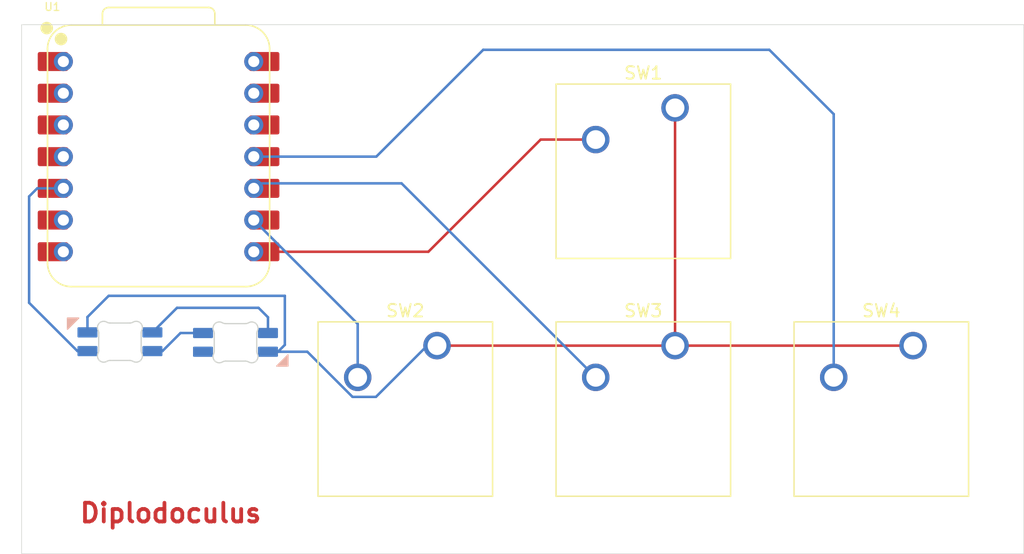
<source format=kicad_pcb>
(kicad_pcb (version 20241229) (generator "pcbnew") (generator_version "9.0")
  (layers (0 "F.Cu" signal) (2 "B.Cu" signal) (13 "F.Paste" user) (15 "B.Paste" user) (5 "F.SilkS" user "F.Silkscreen") (7 "B.SilkS" user "B.Silkscreen") (1 "F.Mask" user) (3 "B.Mask" user) (25 "Edge.Cuts" user))
  (net 0 "")
  (net 1 "Net-(D1-DIN)")
  (net 2 "GND")
  (net 3 "+5V")
  (net 4 "Net-(U1-GPIO1{slash}RX)")
  (net 5 "Net-(U1-GPIO2{slash}SCK)")
  (net 6 "Net-(U1-GPIO4{slash}MISO)")
  (net 7 "Net-(U1-GPIO3{slash}MOSI)")
  (net 18 "Net-(D3-DIN)")
  (footprint "OPL library:XIAO-RP2040-DIP" (layer "F.Cu") (at 126.041875 94.360376)
    (property "Reference" "U1" (at -8.5 -12 0) (layer "F.SilkS") (effects (font (size 0.635 0.635) (thickness 0.1016))))
    (property "Value" "XIAO-RP2040-DIP")
    (fp_line (start -8.89 8.509) (end -8.89 -8.636) (stroke (width 0.127)) (layer "F.SilkS"))
    (fp_line (start -6.985 10.414) (end 6.985 10.414) (stroke (width 0.127)) (layer "F.SilkS"))
    (fp_line (start -4.495 -10.541) (end -4.491272 -11.451272) (stroke (width 0.127)) (layer "F.SilkS"))
    (fp_line (start -3.991272 -11.951) (end 4.004 -11.951) (stroke (width 0.127)) (layer "F.SilkS"))
    (fp_line (start 4.504 -11.451) (end 4.504 -10.541) (stroke (width 0.127)) (layer "F.SilkS"))
    (fp_line (start 6.985 -10.541) (end -6.985 -10.541) (stroke (width 0.1)) (layer "F.SilkS"))
    (fp_line (start 6.985 -10.541) (end -6.985 -10.541) (stroke (width 0.127)) (layer "F.SilkS"))
    (fp_line (start 8.89 8.509) (end 8.89 -8.636) (stroke (width 0.127)) (layer "F.SilkS"))
    (fp_arc (start -8.89 -8.636) (mid -8.332038 -9.983038) (end -6.985 -10.541) (stroke (width 0.127)) (layer "F.SilkS"))
    (fp_arc (start -6.985 10.414) (mid -8.332038 9.856038) (end -8.89 8.509) (stroke (width 0.127)) (layer "F.SilkS"))
    (fp_arc (start -4.491272 -11.451272) (mid -4.344728 -11.80464) (end -3.991272 -11.951) (stroke (width 0.127)) (layer "F.SilkS"))
    (fp_arc (start 4.004 -11.951) (mid 4.357553 -11.804553) (end 4.504 -11.451) (stroke (width 0.127)) (layer "F.SilkS"))
    (fp_arc (start 6.985 -10.541) (mid 8.332038 -9.983038) (end 8.89 -8.636) (stroke (width 0.127)) (layer "F.SilkS"))
    (fp_arc (start 8.89 8.509) (mid 8.332038 9.856038) (end 6.985 10.414) (stroke (width 0.127)) (layer "F.SilkS"))
    (fp_circle (center -8.95 -10.3) (end -8.95 -10.554) (stroke (width 0.5)) (fill yes) (layer "F.SilkS"))
    (fp_circle (center -7.807 -9.42) (end -7.807 -9.674) (stroke (width 0.5)) (fill yes) (layer "F.SilkS"))
    (pad "1" smd roundrect (at -8.455 -7.62 180) (size 2.432 1.524) (layers "F.Cu" "F.Mask") (roundrect_rratio 0.1))
    (pad "1" thru_hole circle (at -7.62 -7.62 180) (size 1.524 1.524) (drill 0.889) (layers "*.Cu" "*.Mask"))
    (pad "2" smd roundrect (at -8.455 -5.08 180) (size 2.432 1.524) (layers "F.Cu" "F.Mask") (roundrect_rratio 0.1))
    (pad "2" thru_hole circle (at -7.62 -5.08 180) (size 1.524 1.524) (drill 0.889) (layers "*.Cu" "*.Mask"))
    (pad "3" smd roundrect (at -8.455 -2.54 180) (size 2.432 1.524) (layers "F.Cu" "F.Mask") (roundrect_rratio 0.1))
    (pad "3" thru_hole circle (at -7.62 -2.54 180) (size 1.524 1.524) (drill 0.889) (layers "*.Cu" "*.Mask"))
    (pad "4" smd roundrect (at -8.455 0 180) (size 2.432 1.524) (layers "F.Cu" "F.Mask") (roundrect_rratio 0.1))
    (pad "4" thru_hole circle (at -7.62 0 180) (size 1.524 1.524) (drill 0.889) (layers "*.Cu" "*.Mask"))
    (pad "5" smd roundrect (at -8.455 2.54 180) (size 2.432 1.524) (layers "F.Cu" "F.Mask") (roundrect_rratio 0.1) (net 18 "Net-(D3-DIN)"))
    (pad "5" thru_hole circle (at -7.62 2.54 180) (size 1.524 1.524) (drill 0.889) (layers "*.Cu" "*.Mask") (net 18 "Net-(D3-DIN)"))
    (pad "6" smd roundrect (at -8.455 5.08 180) (size 2.432 1.524) (layers "F.Cu" "F.Mask") (roundrect_rratio 0.1))
    (pad "6" thru_hole circle (at -7.62 5.08 180) (size 1.524 1.524) (drill 0.889) (layers "*.Cu" "*.Mask"))
    (pad "7" smd roundrect (at -8.455 7.62 180) (size 2.432 1.524) (layers "F.Cu" "F.Mask") (roundrect_rratio 0.1))
    (pad "7" thru_hole circle (at -7.62 7.62 180) (size 1.524 1.524) (drill 0.889) (layers "*.Cu" "*.Mask"))
    (pad "8" thru_hole circle (at 7.62 7.62) (size 1.524 1.524) (drill 0.889) (layers "*.Cu" "*.Mask") (net 4 "Net-(U1-GPIO1{slash}RX)"))
    (pad "8" smd roundrect (at 8.455 7.62) (size 2.432 1.524) (layers "F.Cu" "F.Mask") (roundrect_rratio 0.1) (net 4 "Net-(U1-GPIO1{slash}RX)"))
    (pad "9" thru_hole circle (at 7.62 5.08) (size 1.524 1.524) (drill 0.889) (layers "*.Cu" "*.Mask") (net 5 "Net-(U1-GPIO2{slash}SCK)"))
    (pad "9" smd roundrect (at 8.455 5.08) (size 2.432 1.524) (layers "F.Cu" "F.Mask") (roundrect_rratio 0.1) (net 5 "Net-(U1-GPIO2{slash}SCK)"))
    (pad "10" thru_hole circle (at 7.62 2.54) (size 1.524 1.524) (drill 0.889) (layers "*.Cu" "*.Mask") (net 6 "Net-(U1-GPIO4{slash}MISO)"))
    (pad "10" smd roundrect (at 8.455 2.54) (size 2.432 1.524) (layers "F.Cu" "F.Mask") (roundrect_rratio 0.1) (net 6 "Net-(U1-GPIO4{slash}MISO)"))
    (pad "11" thru_hole circle (at 7.62 0) (size 1.524 1.524) (drill 0.889) (layers "*.Cu" "*.Mask") (net 7 "Net-(U1-GPIO3{slash}MOSI)"))
    (pad "11" smd roundrect (at 8.455 0) (size 2.432 1.524) (layers "F.Cu" "F.Mask") (roundrect_rratio 0.1) (net 7 "Net-(U1-GPIO3{slash}MOSI)"))
    (pad "12" thru_hole circle (at 7.62 -2.54) (size 1.524 1.524) (drill 0.889) (layers "*.Cu" "*.Mask"))
    (pad "12" smd roundrect (at 8.455 -2.54) (size 2.432 1.524) (layers "F.Cu" "F.Mask") (roundrect_rratio 0.1))
    (pad "13" thru_hole circle (at 7.62 -5.08) (size 1.524 1.524) (drill 0.889) (layers "*.Cu" "*.Mask"))
    (pad "13" smd roundrect (at 8.455 -5.08) (size 2.432 1.524) (layers "F.Cu" "F.Mask") (roundrect_rratio 0.1))
    (pad "14" thru_hole circle (at 7.62 -7.62) (size 1.524 1.524) (drill 0.889) (layers "*.Cu" "*.Mask"))
    (pad "14" smd roundrect (at 8.455 -7.62) (size 2.432 1.524) (layers "F.Cu" "F.Mask") (roundrect_rratio 0.1))
  )
  (footprint "Button_Switch_Keyboard:SW_Cherry_MX_1.00u_PCB" (layer "F.Cu") (at 167.384375 90.451876)
    (property "Reference" "SW1" (at -2.54 -2.794 0) (layer "F.SilkS"))
    (property "Value" "SW_Push")
    (fp_line (start -9.525 -1.905) (end 4.445 -1.905) (stroke (width 0.12)) (layer "F.SilkS"))
    (fp_line (start -9.525 12.065) (end -9.525 -1.905) (stroke (width 0.12)) (layer "F.SilkS"))
    (fp_line (start 4.445 -1.905) (end 4.445 12.065) (stroke (width 0.12)) (layer "F.SilkS"))
    (fp_line (start 4.445 12.065) (end -9.525 12.065) (stroke (width 0.12)) (layer "F.SilkS"))
    (pad "" np_thru_hole circle (at -7.62 5.08) (size 1.7 1.7) (drill 1.7) (layers "*.Cu" "*.Mask"))
    (pad "" np_thru_hole circle (at -2.54 5.08) (size 4 4) (drill 4) (layers "*.Cu" "*.Mask"))
    (pad "" np_thru_hole circle (at 2.54 5.08) (size 1.7 1.7) (drill 1.7) (layers "*.Cu" "*.Mask"))
    (pad "1" thru_hole circle (at 0 0) (size 2.2 2.2) (drill 1.5) (layers "*.Cu" "*.Mask") (net 2 "GND"))
    (pad "2" thru_hole circle (at -6.35 2.54) (size 2.2 2.2) (drill 1.5) (layers "*.Cu" "*.Mask") (net 4 "Net-(U1-GPIO1{slash}RX)"))
  )
  (footprint "Button_Switch_Keyboard:SW_Cherry_MX_1.00u_PCB" (layer "F.Cu") (at 167.384375 109.501876)
    (property "Reference" "SW3" (at -2.54 -2.794 0) (layer "F.SilkS"))
    (property "Value" "SW_Push")
    (fp_line (start -9.525 -1.905) (end 4.445 -1.905) (stroke (width 0.12)) (layer "F.SilkS"))
    (fp_line (start -9.525 12.065) (end -9.525 -1.905) (stroke (width 0.12)) (layer "F.SilkS"))
    (fp_line (start 4.445 -1.905) (end 4.445 12.065) (stroke (width 0.12)) (layer "F.SilkS"))
    (fp_line (start 4.445 12.065) (end -9.525 12.065) (stroke (width 0.12)) (layer "F.SilkS"))
    (pad "" np_thru_hole circle (at -7.62 5.08) (size 1.7 1.7) (drill 1.7) (layers "*.Cu" "*.Mask"))
    (pad "" np_thru_hole circle (at -2.54 5.08) (size 4 4) (drill 4) (layers "*.Cu" "*.Mask"))
    (pad "" np_thru_hole circle (at 2.54 5.08) (size 1.7 1.7) (drill 1.7) (layers "*.Cu" "*.Mask"))
    (pad "1" thru_hole circle (at 0 0) (size 2.2 2.2) (drill 1.5) (layers "*.Cu" "*.Mask") (net 2 "GND"))
    (pad "2" thru_hole circle (at -6.35 2.54) (size 2.2 2.2) (drill 1.5) (layers "*.Cu" "*.Mask") (net 6 "Net-(U1-GPIO4{slash}MISO)"))
  )
  (footprint "Button_Switch_Keyboard:SW_Cherry_MX_1.00u_PCB" (layer "F.Cu") (at 148.331875 109.501876)
    (property "Reference" "SW2" (at -2.54 -2.794 0) (layer "F.SilkS"))
    (property "Value" "SW_Push")
    (fp_line (start -9.525 -1.905) (end 4.445 -1.905) (stroke (width 0.12)) (layer "F.SilkS"))
    (fp_line (start -9.525 12.065) (end -9.525 -1.905) (stroke (width 0.12)) (layer "F.SilkS"))
    (fp_line (start 4.445 -1.905) (end 4.445 12.065) (stroke (width 0.12)) (layer "F.SilkS"))
    (fp_line (start 4.445 12.065) (end -9.525 12.065) (stroke (width 0.12)) (layer "F.SilkS"))
    (pad "" np_thru_hole circle (at -7.62 5.08) (size 1.7 1.7) (drill 1.7) (layers "*.Cu" "*.Mask"))
    (pad "" np_thru_hole circle (at -2.54 5.08) (size 4 4) (drill 4) (layers "*.Cu" "*.Mask"))
    (pad "" np_thru_hole circle (at 2.54 5.08) (size 1.7 1.7) (drill 1.7) (layers "*.Cu" "*.Mask"))
    (pad "1" thru_hole circle (at 0 0) (size 2.2 2.2) (drill 1.5) (layers "*.Cu" "*.Mask") (net 2 "GND"))
    (pad "2" thru_hole circle (at -6.35 2.54) (size 2.2 2.2) (drill 1.5) (layers "*.Cu" "*.Mask") (net 5 "Net-(U1-GPIO2{slash}SCK)"))
  )
  (footprint "Button_Switch_Keyboard:SW_Cherry_MX_1.00u_PCB" (layer "F.Cu") (at 186.434375 109.501876)
    (property "Reference" "SW4" (at -2.54 -2.794 0) (layer "F.SilkS"))
    (property "Value" "SW_Push")
    (fp_line (start -9.525 -1.905) (end 4.445 -1.905) (stroke (width 0.12)) (layer "F.SilkS"))
    (fp_line (start -9.525 12.065) (end -9.525 -1.905) (stroke (width 0.12)) (layer "F.SilkS"))
    (fp_line (start 4.445 -1.905) (end 4.445 12.065) (stroke (width 0.12)) (layer "F.SilkS"))
    (fp_line (start 4.445 12.065) (end -9.525 12.065) (stroke (width 0.12)) (layer "F.SilkS"))
    (pad "" np_thru_hole circle (at -7.62 5.08) (size 1.7 1.7) (drill 1.7) (layers "*.Cu" "*.Mask"))
    (pad "" np_thru_hole circle (at -2.54 5.08) (size 4 4) (drill 4) (layers "*.Cu" "*.Mask"))
    (pad "" np_thru_hole circle (at 2.54 5.08) (size 1.7 1.7) (drill 1.7) (layers "*.Cu" "*.Mask"))
    (pad "1" thru_hole circle (at 0 0) (size 2.2 2.2) (drill 1.5) (layers "*.Cu" "*.Mask") (net 2 "GND"))
    (pad "2" thru_hole circle (at -6.35 2.54) (size 2.2 2.2) (drill 1.5) (layers "*.Cu" "*.Mask") (net 7 "Net-(U1-GPIO3{slash}MOSI)"))
  )
  (footprint "Hackclub Footprints:MX_SK6812MINI-E_REV" (layer "F.Cu") (at 132.2 114.32 180)
    (property "Reference" "D1" (hide yes))
    (property "Value" "SK6812MINI-E")
    (fp_poly (pts (xy -4.2 4.08) (xy -3.3 3.18) (xy -4.2 3.18)) (stroke (width 0.1)) (fill yes) (layer "B.SilkS"))
    (fp_line (start 1.699999 4.377158) (end 1.699999 5.782842) (stroke (width 0.1)) (layer "Edge.Cuts"))
    (fp_line (start 0.794452 6.579999) (end -0.794453 6.579999) (stroke (width 0.1)) (layer "Edge.Cuts"))
    (fp_line (start -0.794452 3.58) (end 0.794452 3.58) (stroke (width 0.1)) (layer "Edge.Cuts"))
    (fp_line (start -1.699999 5.782842) (end -1.699999 4.377158) (stroke (width 0.1)) (layer "Edge.Cuts"))
    (fp_arc (start 1.749484 5.99972) (mid 1.712527 5.894068) (end 1.699999 5.782842) (stroke (width 0.1)) (layer "Edge.Cuts"))
    (fp_arc (start 1.749484 5.99972) (mid 1.638071 6.584035) (end 1.046711 6.648299) (stroke (width 0.1)) (layer "Edge.Cuts"))
    (fp_arc (start 1.699999 4.377157) (mid 1.712527 4.265932) (end 1.749484 4.16028) (stroke (width 0.1)) (layer "Edge.Cuts"))
    (fp_arc (start 1.046711 3.511703) (mid 1.63807 3.575966) (end 1.749484 4.16028) (stroke (width 0.1)) (layer "Edge.Cuts"))
    (fp_arc (start 1.04671 3.511701) (mid 0.925122 3.562623) (end 0.794452 3.58) (stroke (width 0.1)) (layer "Edge.Cuts"))
    (fp_arc (start 0.794453 6.58) (mid 0.925123 6.597377) (end 1.046711 6.648299) (stroke (width 0.1)) (layer "Edge.Cuts"))
    (fp_arc (start -0.794452 3.58) (mid -0.925123 3.562623) (end -1.046711 3.511701) (stroke (width 0.1)) (layer "Edge.Cuts"))
    (fp_arc (start -1.046711 6.648298) (mid -0.925123 6.597376) (end -0.794453 6.579999) (stroke (width 0.1)) (layer "Edge.Cuts"))
    (fp_arc (start -1.046711 6.648298) (mid -1.638071 6.584034) (end -1.749484 5.99972) (stroke (width 0.1)) (layer "Edge.Cuts"))
    (fp_arc (start -1.699999 5.782843) (mid -1.712527 5.894068) (end -1.749484 5.99972) (stroke (width 0.1)) (layer "Edge.Cuts"))
    (fp_arc (start -1.749484 4.160281) (mid -1.638072 3.575965) (end -1.046711 3.511701) (stroke (width 0.1)) (layer "Edge.Cuts"))
    (fp_arc (start -1.749484 4.16028) (mid -1.712527 4.265932) (end -1.699999 4.377158) (stroke (width 0.1)) (layer "Edge.Cuts"))
    (pad "1" smd roundrect (at 2.6 5.83 270) (size 0.82 1.6) (layers "B.Cu" "B.Mask" "B.Paste") (roundrect_rratio 0.1) (net 3 "+5V"))
    (pad "2" smd roundrect (at 2.6 4.33 270) (size 0.82 1.6) (layers "B.Cu" "B.Mask" "B.Paste") (roundrect_rratio 0.1))
    (pad "3" smd roundrect (at -2.6 4.33 270) (size 0.82 1.6) (layers "B.Cu" "B.Mask" "B.Paste") (roundrect_rratio 0.1) (net 2 "GND"))
    (pad "4" smd roundrect (at -2.6 5.83 270) (size 0.82 1.6) (layers "B.Cu" "B.Mask" "B.Paste") (roundrect_rratio 0.1) (net 1 "Net-(D1-DIN)"))
  )
  (footprint "Hackclub Footprints:MX_SK6812MINI-E_REV" (layer "F.Cu") (at 122.95 104.11)
    (property "Reference" "D3" (hide yes))
    (property "Value" "SK6812MINI-E")
    (fp_poly (pts (xy -4.2 4.08) (xy -3.3 3.18) (xy -4.2 3.18)) (stroke (width 0.1)) (fill yes) (layer "B.SilkS"))
    (fp_line (start -1.699999 5.782842) (end -1.699999 4.377158) (stroke (width 0.1)) (layer "Edge.Cuts"))
    (fp_line (start -0.794452 3.58) (end 0.794452 3.58) (stroke (width 0.1)) (layer "Edge.Cuts"))
    (fp_line (start 0.794452 6.579999) (end -0.794453 6.579999) (stroke (width 0.1)) (layer "Edge.Cuts"))
    (fp_line (start 1.699999 4.377158) (end 1.699999 5.782842) (stroke (width 0.1)) (layer "Edge.Cuts"))
    (fp_arc (start -1.749484 4.16028) (mid -1.712527 4.265932) (end -1.699999 4.377158) (stroke (width 0.1)) (layer "Edge.Cuts"))
    (fp_arc (start -1.749484 4.160281) (mid -1.638072 3.575965) (end -1.046711 3.511701) (stroke (width 0.1)) (layer "Edge.Cuts"))
    (fp_arc (start -1.699999 5.782843) (mid -1.712527 5.894068) (end -1.749484 5.99972) (stroke (width 0.1)) (layer "Edge.Cuts"))
    (fp_arc (start -1.046711 6.648298) (mid -1.638071 6.584034) (end -1.749484 5.99972) (stroke (width 0.1)) (layer "Edge.Cuts"))
    (fp_arc (start -1.046711 6.648298) (mid -0.925123 6.597376) (end -0.794453 6.579999) (stroke (width 0.1)) (layer "Edge.Cuts"))
    (fp_arc (start -0.794452 3.58) (mid -0.925123 3.562623) (end -1.046711 3.511701) (stroke (width 0.1)) (layer "Edge.Cuts"))
    (fp_arc (start 0.794453 6.58) (mid 0.925123 6.597377) (end 1.046711 6.648299) (stroke (width 0.1)) (layer "Edge.Cuts"))
    (fp_arc (start 1.04671 3.511701) (mid 0.925122 3.562623) (end 0.794452 3.58) (stroke (width 0.1)) (layer "Edge.Cuts"))
    (fp_arc (start 1.046711 3.511703) (mid 1.63807 3.575966) (end 1.749484 4.16028) (stroke (width 0.1)) (layer "Edge.Cuts"))
    (fp_arc (start 1.699999 4.377157) (mid 1.712527 4.265932) (end 1.749484 4.16028) (stroke (width 0.1)) (layer "Edge.Cuts"))
    (fp_arc (start 1.749484 5.99972) (mid 1.638071 6.584035) (end 1.046711 6.648299) (stroke (width 0.1)) (layer "Edge.Cuts"))
    (fp_arc (start 1.749484 5.99972) (mid 1.712527 5.894068) (end 1.699999 5.782842) (stroke (width 0.1)) (layer "Edge.Cuts"))
    (pad "1" smd roundrect (at 2.6 5.83 90) (size 0.82 1.6) (layers "B.Cu" "B.Mask" "B.Paste") (roundrect_rratio 0.1) (net 3 "+5V"))
    (pad "2" smd roundrect (at 2.6 4.33 90) (size 0.82 1.6) (layers "B.Cu" "B.Mask" "B.Paste") (roundrect_rratio 0.1) (net 1 "Net-(D1-DIN)"))
    (pad "3" smd roundrect (at -2.6 4.33 90) (size 0.82 1.6) (layers "B.Cu" "B.Mask" "B.Paste") (roundrect_rratio 0.1) (net 2 "GND"))
    (pad "4" smd roundrect (at -2.6 5.83 90) (size 0.82 1.6) (layers "B.Cu" "B.Mask" "B.Paste") (roundrect_rratio 0.1) (net 18 "Net-(D3-DIN)"))
  )
  (gr_rect (start 115.079375 83.789374) (end 195.300625 126.170626) (stroke (width 0.05)) (fill no) (layer "Edge.Cuts"))
  (gr_text "Diplodoculus" (at 119.600625 123.789376 0) (layer "F.Cu") (effects (font (size 1.5 1.5) (thickness 0.3) (bold yes)) (justify left bottom)))
  (segment (start 125.55 108.44) (end 127.52 106.47) (width 0.2) (layer "B.Cu") (net 1))
  (segment (start 127.52 106.47) (end 134.04 106.47) (width 0.2) (layer "B.Cu") (net 1))
  (segment (start 134.04 106.47) (end 134.8 107.23) (width 0.2) (layer "B.Cu") (net 1))
  (segment (start 134.8 107.23) (end 134.8 108.49) (width 0.2) (layer "B.Cu") (net 1))
  (segment (start 148.331875 109.501876) (end 167.384375 109.501876) (width 0.2) (layer "F.Cu") (net 2))
  (segment (start 186.434375 109.501876) (end 167.384375 109.501876) (width 0.2) (layer "F.Cu") (net 2))
  (segment (start 167.384375 90.451876) (end 167.384375 109.501876) (width 0.2) (layer "F.Cu") (net 2))
  (segment (start 120.35 108.44) (end 120.35 107.21) (width 0.2) (layer "B.Cu") (net 2))
  (segment (start 120.35 107.21) (end 122.05 105.51) (width 0.2) (layer "B.Cu") (net 2))
  (segment (start 122.05 105.51) (end 136.15 105.51) (width 0.2) (layer "B.Cu") (net 2))
  (segment (start 135.6 109.99) (end 134.8 109.99) (width 0.2) (layer "B.Cu") (net 2))
  (segment (start 141.566745 113.60806) (end 143.440875 113.60806) (width 0.2) (layer "B.Cu") (net 2))
  (segment (start 137.948685 109.99) (end 141.566745 113.60806) (width 0.2) (layer "B.Cu") (net 2))
  (segment (start 143.440875 113.60806) (end 147.547059 109.501876) (width 0.2) (layer "B.Cu") (net 2))
  (segment (start 147.547059 109.501876) (end 148.331875 109.501876) (width 0.2) (layer "B.Cu") (net 2))
  (segment (start 136.15 105.51) (end 136.15 109.44) (width 0.2) (layer "B.Cu") (net 2))
  (segment (start 134.8 109.99) (end 137.948685 109.99) (width 0.2) (layer "B.Cu") (net 2))
  (segment (start 136.15 109.44) (end 135.6 109.99) (width 0.2) (layer "B.Cu") (net 2))
  (segment (start 125.55 109.94) (end 126.35 109.94) (width 0.2) (layer "B.Cu") (net 3))
  (segment (start 126.35 109.94) (end 127.8 108.49) (width 0.2) (layer "B.Cu") (net 3))
  (segment (start 127.8 108.49) (end 129.6 108.49) (width 0.2) (layer "B.Cu") (net 3))
  (segment (start 147.639624 101.980376) (end 133.661875 101.980376) (width 0.2) (layer "F.Cu") (net 4))
  (segment (start 161.034375 92.991876) (end 156.628124 92.991876) (width 0.2) (layer "F.Cu") (net 4))
  (segment (start 156.628124 92.991876) (end 147.639624 101.980376) (width 0.2) (layer "F.Cu") (net 4))
  (segment (start 141.981875 112.401875) (end 142.01 112.43) (width 0.2) (layer "F.Cu") (net 5))
  (segment (start 141.981875 112.041876) (end 141.981875 112.401875) (width 0.2) (layer "F.Cu") (net 5))
  (segment (start 141.981875 107.760376) (end 133.661875 99.440376) (width 0.2) (layer "B.Cu") (net 5))
  (segment (start 141.981875 112.041876) (end 141.981875 107.760376) (width 0.2) (layer "B.Cu") (net 5))
  (segment (start 145.492499 96.5) (end 134.062251 96.5) (width 0.2) (layer "B.Cu") (net 6))
  (segment (start 161.034375 112.041876) (end 145.492499 96.5) (width 0.2) (layer "B.Cu") (net 6))
  (segment (start 134.062251 96.5) (end 133.661875 96.900376) (width 0.2) (layer "B.Cu") (net 6))
  (segment (start 180.084375 90.954375) (end 174.93 85.8) (width 0.2) (layer "B.Cu") (net 7))
  (segment (start 180.084375 112.041876) (end 180.084375 90.954375) (width 0.2) (layer "B.Cu") (net 7))
  (segment (start 174.93 85.8) (end 152.03 85.8) (width 0.2) (layer "B.Cu") (net 7))
  (segment (start 143.469624 94.360376) (end 133.661875 94.360376) (width 0.2) (layer "B.Cu") (net 7))
  (segment (start 152.03 85.8) (end 143.469624 94.360376) (width 0.2) (layer "B.Cu") (net 7))
  (segment (start 116.329624 96.900376) (end 118.421875 96.900376) (width 0.2) (layer "B.Cu") (net 18))
  (segment (start 115.68 106.07) (end 115.68 97.55) (width 0.2) (layer "B.Cu") (net 18))
  (segment (start 115.68 97.55) (end 116.329624 96.900376) (width 0.2) (layer "B.Cu") (net 18))
  (segment (start 120.35 109.94) (end 119.55 109.94) (width 0.2) (layer "B.Cu") (net 18))
  (segment (start 119.55 109.94) (end 115.68 106.07) (width 0.2) (layer "B.Cu") (net 18))
)
</source>
